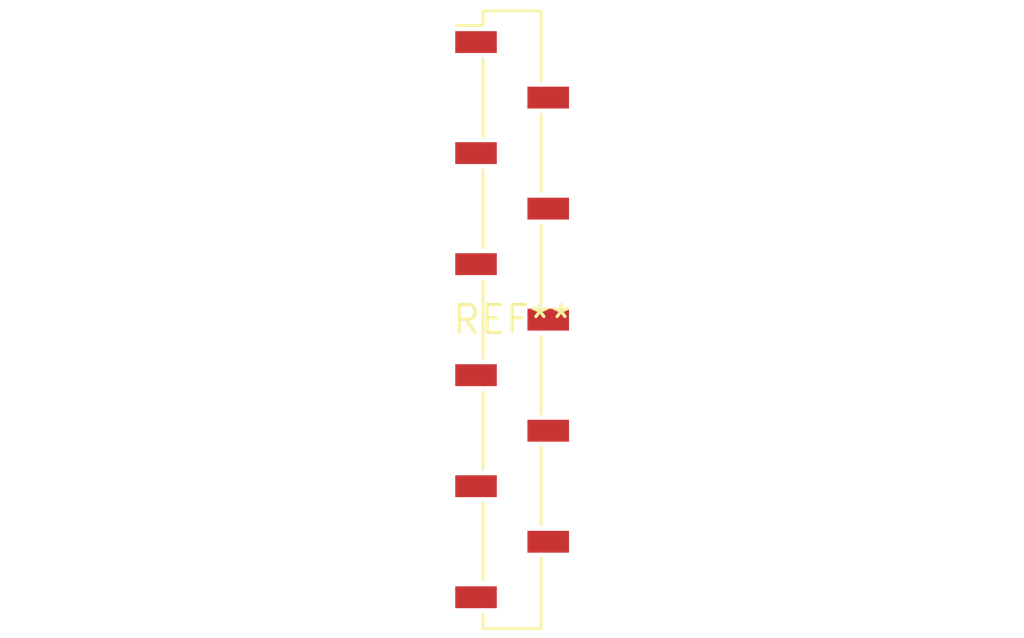
<source format=kicad_pcb>
(kicad_pcb (version 20240108) (generator pcbnew)
  (layers (0 "F.Cu" signal) (31 "B.Cu" signal) (34 "B.Paste" user) (35 "F.Paste" user) (36 "B.SilkS" user "B.Silkscreen") (37 "F.SilkS" user "F.Silkscreen") (38 "B.Mask" user) (39 "F.Mask" user) (44 "Edge.Cuts" user))
  (net 0 "")
  (footprint "PinSocket_1x11_P2.54mm_Vertical_SMD_Pin1Left" (layer "F.Cu") (at 0 0)
    (property "Reference" "REF**")
    (property "Value" "PinSocket_1x11_P2.54mm_Vertical_SMD_Pin1Left")
    (fp_line (start -2.54 -13.46) (end -1.33 -13.46) (layer "F.SilkS") (stroke (width 0.12)))
    (fp_line (start -1.33 -14.13) (end -1.33 -13.46) (layer "F.SilkS") (stroke (width 0.12)))
    (fp_line (start -1.33 -14.13) (end 1.33 -14.13) (layer "F.SilkS") (stroke (width 0.12)))
    (fp_line (start -1.33 -11.94) (end -1.33 -8.38) (layer "F.SilkS") (stroke (width 0.12)))
    (fp_line (start -1.33 -6.86) (end -1.33 -3.3) (layer "F.SilkS") (stroke (width 0.12)))
    (fp_line (start -1.33 -1.78) (end -1.33 1.78) (layer "F.SilkS") (stroke (width 0.12)))
    (fp_line (start -1.33 3.3) (end -1.33 6.86) (layer "F.SilkS") (stroke (width 0.12)))
    (fp_line (start -1.33 8.38) (end -1.33 11.94) (layer "F.SilkS") (stroke (width 0.12)))
    (fp_line (start -1.33 13.46) (end -1.33 14.13) (layer "F.SilkS") (stroke (width 0.12)))
    (fp_line (start -1.33 14.13) (end 1.33 14.13) (layer "F.SilkS") (stroke (width 0.12)))
    (fp_line (start 1.33 -14.13) (end 1.33 -10.92) (layer "F.SilkS") (stroke (width 0.12)))
    (fp_line (start 1.33 -9.4) (end 1.33 -5.84) (layer "F.SilkS") (stroke (width 0.12)))
    (fp_line (start 1.33 -4.32) (end 1.33 -0.76) (layer "F.SilkS") (stroke (width 0.12)))
    (fp_line (start 1.33 0.76) (end 1.33 4.32) (layer "F.SilkS") (stroke (width 0.12)))
    (fp_line (start 1.33 5.84) (end 1.33 9.4) (layer "F.SilkS") (stroke (width 0.12)))
    (fp_line (start 1.33 10.92) (end 1.33 14.13) (layer "F.SilkS") (stroke (width 0.12)))
    (pad "1" smd rect (at -1.65 -12.7) (size 1.9 1) (layers "F.Cu" "F.Paste" "F.Mask"))
    (pad "2" smd rect (at 1.65 -10.16) (size 1.9 1) (layers "F.Cu" "F.Paste" "F.Mask"))
    (pad "3" smd rect (at -1.65 -7.62) (size 1.9 1) (layers "F.Cu" "F.Paste" "F.Mask"))
    (pad "4" smd rect (at 1.65 -5.08) (size 1.9 1) (layers "F.Cu" "F.Paste" "F.Mask"))
    (pad "5" smd rect (at -1.65 -2.54) (size 1.9 1) (layers "F.Cu" "F.Paste" "F.Mask"))
    (pad "6" smd rect (at 1.65 0) (size 1.9 1) (layers "F.Cu" "F.Paste" "F.Mask"))
    (pad "7" smd rect (at -1.65 2.54) (size 1.9 1) (layers "F.Cu" "F.Paste" "F.Mask"))
    (pad "8" smd rect (at 1.65 5.08) (size 1.9 1) (layers "F.Cu" "F.Paste" "F.Mask"))
    (pad "9" smd rect (at -1.65 7.62) (size 1.9 1) (layers "F.Cu" "F.Paste" "F.Mask"))
    (pad "10" smd rect (at 1.65 10.16) (size 1.9 1) (layers "F.Cu" "F.Paste" "F.Mask"))
    (pad "11" smd rect (at -1.65 12.7) (size 1.9 1) (layers "F.Cu" "F.Paste" "F.Mask"))
  )
)
</source>
